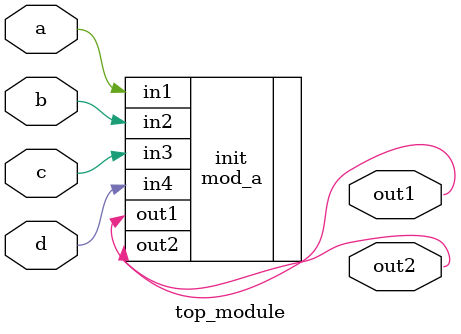
<source format=v>
module top_module ( 
    input a, 
    input b, 
    input c,
    input d,
    output out1,
    output out2
);
    mod_a init(.out1(out1),.out2(out2),.in1(a),.in2(b),.in3(c),.in4(d));
endmodule

</source>
